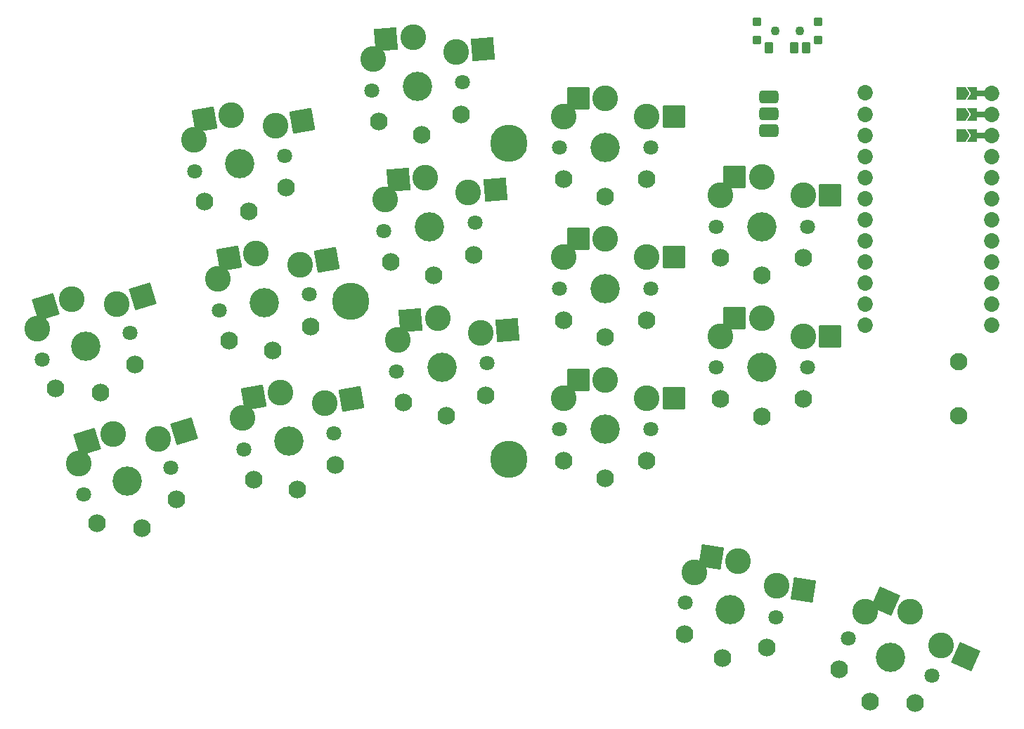
<source format=gbs>
%TF.GenerationSoftware,KiCad,Pcbnew,(6.0.4)*%
%TF.CreationDate,2022-05-21T01:49:08+02:00*%
%TF.ProjectId,battoota,62617474-6f6f-4746-912e-6b696361645f,v1.0.0*%
%TF.SameCoordinates,Original*%
%TF.FileFunction,Soldermask,Bot*%
%TF.FilePolarity,Negative*%
%FSLAX46Y46*%
G04 Gerber Fmt 4.6, Leading zero omitted, Abs format (unit mm)*
G04 Created by KiCad (PCBNEW (6.0.4)) date 2022-05-21 01:49:08*
%MOMM*%
%LPD*%
G01*
G04 APERTURE LIST*
G04 Aperture macros list*
%AMRoundRect*
0 Rectangle with rounded corners*
0 $1 Rounding radius*
0 $2 $3 $4 $5 $6 $7 $8 $9 X,Y pos of 4 corners*
0 Add a 4 corners polygon primitive as box body*
4,1,4,$2,$3,$4,$5,$6,$7,$8,$9,$2,$3,0*
0 Add four circle primitives for the rounded corners*
1,1,$1+$1,$2,$3*
1,1,$1+$1,$4,$5*
1,1,$1+$1,$6,$7*
1,1,$1+$1,$8,$9*
0 Add four rect primitives between the rounded corners*
20,1,$1+$1,$2,$3,$4,$5,0*
20,1,$1+$1,$4,$5,$6,$7,0*
20,1,$1+$1,$6,$7,$8,$9,0*
20,1,$1+$1,$8,$9,$2,$3,0*%
%AMFreePoly0*
4,1,16,0.685355,0.785355,0.700000,0.750000,0.691603,0.722265,0.210093,0.000000,0.691603,-0.722265,0.699029,-0.759806,0.677735,-0.791603,0.650000,-0.800000,-0.500000,-0.800000,-0.535355,-0.785355,-0.550000,-0.750000,-0.550000,0.750000,-0.535355,0.785355,-0.500000,0.800000,0.650000,0.800000,0.685355,0.785355,0.685355,0.785355,$1*%
%AMFreePoly1*
4,1,16,0.535355,0.785355,0.550000,0.750000,0.550000,-0.750000,0.535355,-0.785355,0.500000,-0.800000,-0.500000,-0.800000,-0.535355,-0.785355,-0.541603,-0.777735,-1.041603,-0.027735,-1.049029,0.009806,-1.041603,0.027735,-0.541603,0.777735,-0.509806,0.799029,-0.500000,0.800000,0.500000,0.800000,0.535355,0.785355,0.535355,0.785355,$1*%
G04 Aperture macros list end*
%ADD10C,2.100000*%
%ADD11C,3.100000*%
%ADD12C,1.801800*%
%ADD13C,3.529000*%
%ADD14RoundRect,0.050000X-1.054507X-1.505993X1.505993X-1.054507X1.054507X1.505993X-1.505993X1.054507X0*%
%ADD15C,2.132000*%
%ADD16RoundRect,0.050000X-1.181751X-1.408356X1.408356X-1.181751X1.181751X1.408356X-1.408356X1.181751X0*%
%ADD17RoundRect,0.050000X-1.300000X-1.300000X1.300000X-1.300000X1.300000X1.300000X-1.300000X1.300000X0*%
%ADD18RoundRect,0.050000X-0.450000X-0.450000X0.450000X-0.450000X0.450000X0.450000X-0.450000X0.450000X0*%
%ADD19C,1.100000*%
%ADD20RoundRect,0.050000X-0.450000X-0.625000X0.450000X-0.625000X0.450000X0.625000X-0.450000X0.625000X0*%
%ADD21RoundRect,0.050000X-1.716367X-0.658851X0.658851X-1.716367X1.716367X0.658851X-0.658851X1.716367X0*%
%ADD22RoundRect,0.425000X-0.750000X0.375000X-0.750000X-0.375000X0.750000X-0.375000X0.750000X0.375000X0*%
%ADD23RoundRect,0.050000X-0.863113X-1.623279X1.623279X-0.863113X0.863113X1.623279X-1.623279X0.863113X0*%
%ADD24RoundRect,0.050000X-1.487360X-1.080630X1.080630X-1.487360X1.487360X1.080630X-1.080630X1.487360X0*%
%ADD25C,1.852600*%
%ADD26FreePoly0,180.000000*%
%ADD27RoundRect,0.050000X-0.762000X0.250000X-0.762000X-0.250000X0.762000X-0.250000X0.762000X0.250000X0*%
%ADD28FreePoly1,180.000000*%
%ADD29C,4.500000*%
G04 APERTURE END LIST*
D10*
%TO.C,B1*%
X157969791Y80873254D03*
X157969791Y74373254D03*
%TD*%
D11*
%TO.C,S11*%
X75659968Y109306337D03*
X70353903Y110604673D03*
X70353903Y110604673D03*
D12*
X65970667Y103790002D03*
D11*
X65811891Y107569855D03*
D13*
X71387110Y104745067D03*
D12*
X76803553Y105700132D03*
D14*
X67128658Y110035975D03*
X78885213Y109875035D03*
%TD*%
D12*
%TO.C,S34*%
X154739291Y43001202D03*
D13*
X149714791Y45238254D03*
D12*
X144690291Y47475306D03*
D15*
X143601464Y43800464D03*
X152736919Y39733098D03*
X147315045Y39848336D03*
X147315045Y39848336D03*
%TD*%
D13*
%TO.C,S15*%
X94221643Y97114167D03*
D12*
X99700714Y97593524D03*
D11*
X98875782Y101285676D03*
X93703066Y103041525D03*
X93703066Y103041525D03*
X88913835Y100414118D03*
D12*
X88742572Y96634810D03*
D16*
X90440529Y102756090D03*
X102138320Y101571111D03*
%TD*%
D11*
%TO.C,S21*%
X115411087Y95636017D03*
D12*
X109911087Y89686017D03*
D11*
X115411087Y95636017D03*
X120411087Y93436017D03*
D12*
X120911087Y89686017D03*
D11*
X110411087Y93436017D03*
D13*
X115411087Y89686017D03*
D17*
X112136087Y95636017D03*
X123686087Y93436017D03*
%TD*%
D12*
%TO.C,S8*%
X71874705Y70306538D03*
X82707591Y72216668D03*
D13*
X77291148Y71261603D03*
D15*
X73026972Y66651093D03*
X82875050Y68387574D03*
X78315672Y65451237D03*
X78315672Y65451237D03*
%TD*%
D18*
%TO.C,T2*%
X141068406Y121851838D03*
X133668406Y121851838D03*
X141068406Y119651838D03*
X133668406Y119651838D03*
D19*
X135868406Y120751838D03*
X138868406Y120751838D03*
D20*
X135118406Y118676838D03*
X138118406Y118676838D03*
X139618406Y118676838D03*
%TD*%
D13*
%TO.C,S14*%
X95703291Y80178857D03*
D12*
X101182362Y80658214D03*
X90224220Y79699500D03*
D15*
X91053509Y75957538D03*
X101015456Y76829096D03*
X96217510Y74301308D03*
X96217510Y74301308D03*
%TD*%
D13*
%TO.C,S20*%
X115411087Y72686017D03*
D12*
X109911087Y72686017D03*
X120911087Y72686017D03*
D15*
X120411087Y68886017D03*
X110411087Y68886017D03*
X115411087Y66786017D03*
X115411087Y66786017D03*
%TD*%
D12*
%TO.C,S28*%
X128718280Y80153254D03*
X139718280Y80153254D03*
D13*
X134218280Y80153254D03*
D15*
X129218280Y76353254D03*
X139218280Y76353254D03*
X134218280Y74253254D03*
X134218280Y74253254D03*
%TD*%
D11*
%TO.C,S29*%
X134218280Y103103254D03*
X134218280Y103103254D03*
D12*
X139718280Y97153254D03*
D13*
X134218280Y97153254D03*
D11*
X139218280Y100903254D03*
X129218280Y100903254D03*
D12*
X128718280Y97153254D03*
D17*
X130943280Y103103254D03*
X142493280Y100903254D03*
%TD*%
D13*
%TO.C,S33*%
X149714791Y45238254D03*
D11*
X152134874Y50673849D03*
X146672326Y50697733D03*
D12*
X144690291Y47475306D03*
D11*
X152134874Y50673849D03*
X155807781Y46630366D03*
D12*
X154739291Y43001202D03*
D21*
X149143013Y52005912D03*
X158799642Y45298304D03*
%TD*%
D11*
%TO.C,S7*%
X71715929Y74086391D03*
X81564006Y75822873D03*
X76257941Y77121209D03*
D12*
X71874705Y70306538D03*
D11*
X76257941Y77121209D03*
D12*
X82707591Y72216668D03*
D13*
X77291148Y71261603D03*
D14*
X73032696Y76552511D03*
X84789251Y76391571D03*
%TD*%
D22*
%TO.C,PAD1*%
X135109791Y108738254D03*
X135109791Y110738254D03*
X135109791Y112738254D03*
%TD*%
D13*
%TO.C,S5*%
X52842259Y82729963D03*
D12*
X58101935Y84338007D03*
D11*
X51102647Y88419976D03*
X51102647Y88419976D03*
D12*
X47582583Y81121919D03*
D11*
X46964341Y84854247D03*
X56527389Y87777964D03*
D23*
X47970749Y87462459D03*
X59659287Y88735482D03*
%TD*%
D11*
%TO.C,S27*%
X129218280Y83903254D03*
D12*
X139718280Y80153254D03*
D13*
X134218280Y80153254D03*
D11*
X139218280Y83903254D03*
X134218280Y86103254D03*
X134218280Y86103254D03*
D12*
X128718280Y80153254D03*
D17*
X130943280Y86103254D03*
X142493280Y83903254D03*
%TD*%
D11*
%TO.C,S9*%
X68763910Y90828123D03*
D13*
X74339129Y88003335D03*
D11*
X73305922Y93862941D03*
X78611987Y92564605D03*
D12*
X68922686Y87048270D03*
D11*
X73305922Y93862941D03*
D12*
X79755572Y88958400D03*
D14*
X70080677Y93294243D03*
X81837232Y93133303D03*
%TD*%
D12*
%TO.C,S16*%
X99700714Y97593524D03*
D13*
X94221643Y97114167D03*
D12*
X88742572Y96634810D03*
D15*
X99533808Y93764406D03*
X89571861Y92892848D03*
X94735862Y91236618D03*
X94735862Y91236618D03*
%TD*%
D12*
%TO.C,S30*%
X139718280Y97153254D03*
X128718280Y97153254D03*
D13*
X134218280Y97153254D03*
D15*
X139218280Y93353254D03*
X129218280Y93353254D03*
X134218280Y91253254D03*
X134218280Y91253254D03*
%TD*%
D12*
%TO.C,S13*%
X90224220Y79699500D03*
X101182362Y80658214D03*
D13*
X95703291Y80178857D03*
D11*
X95184714Y86106215D03*
X100357430Y84350366D03*
X95184714Y86106215D03*
X90395483Y83478808D03*
D16*
X91922177Y85820780D03*
X103619968Y84635801D03*
%TD*%
D12*
%TO.C,S24*%
X109911087Y106686017D03*
X120911087Y106686017D03*
D13*
X115411087Y106686017D03*
D15*
X110411087Y102886017D03*
X120411087Y102886017D03*
X115411087Y100786017D03*
X115411087Y100786017D03*
%TD*%
D12*
%TO.C,S17*%
X87260925Y113570120D03*
D13*
X92739996Y114049477D03*
D12*
X98219067Y114528834D03*
D11*
X87432188Y117349428D03*
X97394135Y118220986D03*
X92221419Y119976835D03*
X92221419Y119976835D03*
D16*
X88958882Y119691400D03*
X100656673Y118506421D03*
%TD*%
D12*
%TO.C,S4*%
X52552902Y64864738D03*
X63072254Y68080826D03*
D13*
X57812578Y66472782D03*
D15*
X54142067Y61376965D03*
X63705114Y64300682D03*
X59537571Y60830584D03*
X59537571Y60830584D03*
%TD*%
D12*
%TO.C,S10*%
X79755572Y88958400D03*
X68922686Y87048270D03*
D13*
X74339129Y88003335D03*
D15*
X70074953Y83392825D03*
X79923031Y85129306D03*
X75363653Y82192969D03*
X75363653Y82192969D03*
%TD*%
D12*
%TO.C,S22*%
X109911087Y89686017D03*
X120911087Y89686017D03*
D13*
X115411087Y89686017D03*
D15*
X110411087Y85886017D03*
X120411087Y85886017D03*
X115411087Y83786017D03*
X115411087Y83786017D03*
%TD*%
D13*
%TO.C,S31*%
X130476118Y50937009D03*
D12*
X125043832Y51797399D03*
D11*
X131406903Y56813755D03*
X136001189Y53858668D03*
X131406903Y56813755D03*
X126124306Y55423013D03*
D12*
X135908404Y50076619D03*
D24*
X128172224Y57326077D03*
X139235868Y53346345D03*
%TD*%
D25*
%TO.C,MCU1*%
X161977213Y110643254D03*
D26*
X159643690Y110643254D03*
D25*
X161977213Y108103254D03*
D27*
X160593690Y113183254D03*
D25*
X146737213Y108103254D03*
D27*
X160593690Y110643254D03*
X160593690Y108103254D03*
D26*
X159643690Y108103254D03*
X159643690Y113183254D03*
D25*
X146737213Y113267000D03*
X161977213Y113183254D03*
X146737213Y110643254D03*
D28*
X158193690Y113183254D03*
X158193690Y110643254D03*
X158193690Y108103254D03*
D25*
X146737213Y105563254D03*
X146737213Y103023254D03*
X146737213Y100483254D03*
X146737213Y97943254D03*
X146737213Y95403254D03*
X146737213Y92863254D03*
X146737213Y90323254D03*
X146737213Y87783254D03*
X146737213Y85243254D03*
X161977213Y105563254D03*
X161977213Y103023254D03*
X161977213Y100483254D03*
X161977213Y97943254D03*
X161977213Y95403254D03*
X161977213Y92863254D03*
X161977213Y90323254D03*
X161977213Y87783254D03*
X161977213Y85243254D03*
%TD*%
D12*
%TO.C,S3*%
X52552902Y64864738D03*
D11*
X51934660Y68597066D03*
D13*
X57812578Y66472782D03*
D11*
X61497708Y71520783D03*
X56072966Y72162795D03*
X56072966Y72162795D03*
D12*
X63072254Y68080826D03*
D23*
X52941068Y71205278D03*
X64629606Y72478301D03*
%TD*%
D12*
%TO.C,S32*%
X135908404Y50076619D03*
D13*
X130476118Y50937009D03*
D12*
X125043832Y51797399D03*
D15*
X134820109Y46401621D03*
X124943225Y47965966D03*
X129553155Y45109648D03*
X129553155Y45109648D03*
%TD*%
D29*
%TO.C,REF\u002A\u002A*%
X84747220Y88141427D03*
X103797220Y69091427D03*
X103797220Y107191427D03*
%TD*%
D13*
%TO.C,S12*%
X71387110Y104745067D03*
D12*
X65970667Y103790002D03*
X76803553Y105700132D03*
D15*
X76971012Y101871038D03*
X67122934Y100134557D03*
X72411634Y98934701D03*
X72411634Y98934701D03*
%TD*%
D13*
%TO.C,S23*%
X115411087Y106686017D03*
D12*
X120911087Y106686017D03*
D11*
X115411087Y112636017D03*
X115411087Y112636017D03*
X110411087Y110436017D03*
X120411087Y110436017D03*
D12*
X109911087Y106686017D03*
D17*
X112136087Y112636017D03*
X123686087Y110436017D03*
%TD*%
D12*
%TO.C,S6*%
X47582583Y81121919D03*
X58101935Y84338007D03*
D13*
X52842259Y82729963D03*
D15*
X49171748Y77634146D03*
X58734795Y80557863D03*
X54567252Y77087765D03*
X54567252Y77087765D03*
%TD*%
D13*
%TO.C,S19*%
X115411087Y72686017D03*
D11*
X115411087Y78636017D03*
X110411087Y76436017D03*
D12*
X120911087Y72686017D03*
X109911087Y72686017D03*
D11*
X120411087Y76436017D03*
X115411087Y78636017D03*
D17*
X112136087Y78636017D03*
X123686087Y76436017D03*
%TD*%
D12*
%TO.C,S18*%
X98219067Y114528834D03*
D13*
X92739996Y114049477D03*
D12*
X87260925Y113570120D03*
D15*
X88090214Y109828158D03*
X98052161Y110699716D03*
X93254215Y108171928D03*
X93254215Y108171928D03*
%TD*%
M02*

</source>
